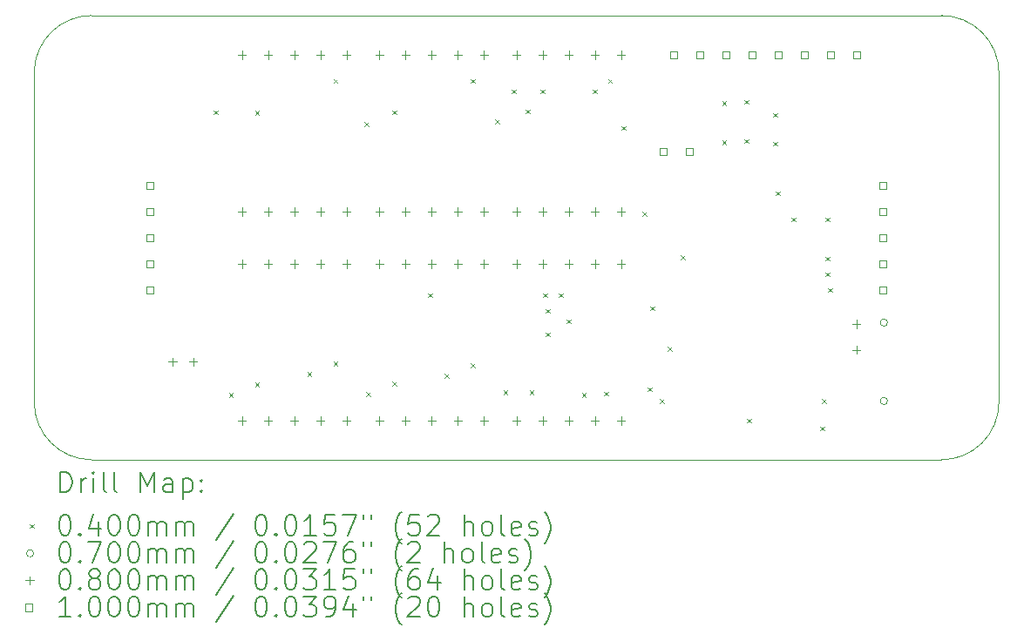
<source format=gbr>
%FSLAX45Y45*%
G04 Gerber Fmt 4.5, Leading zero omitted, Abs format (unit mm)*
G04 Created by KiCad (PCBNEW (6.0.0)) date 2022-01-04 00:37:33*
%MOMM*%
%LPD*%
G01*
G04 APERTURE LIST*
%TA.AperFunction,Profile*%
%ADD10C,0.100000*%
%TD*%
%ADD11C,0.200000*%
%ADD12C,0.040000*%
%ADD13C,0.070000*%
%ADD14C,0.080000*%
%ADD15C,0.100000*%
G04 APERTURE END LIST*
D10*
X19075400Y-12827000D02*
G75*
G03*
X19634200Y-12268200I0J558800D01*
G01*
X10820400Y-8508423D02*
G75*
G03*
X10261600Y-9042400I0J-559377D01*
G01*
X19634200Y-9067800D02*
G75*
G03*
X19075400Y-8509000I-558800J0D01*
G01*
X10261600Y-9042400D02*
X10261600Y-12268200D01*
X10261600Y-12268200D02*
G75*
G03*
X10820400Y-12827000I558800J0D01*
G01*
X10820400Y-12827000D02*
X19075400Y-12827000D01*
X10820400Y-8508423D02*
X19075400Y-8509000D01*
X19634200Y-9067800D02*
X19634200Y-12268200D01*
D11*
D12*
X12006900Y-9428800D02*
X12046900Y-9468800D01*
X12046900Y-9428800D02*
X12006900Y-9468800D01*
X12152248Y-12179052D02*
X12192248Y-12219052D01*
X12192248Y-12179052D02*
X12152248Y-12219052D01*
X12406248Y-9435852D02*
X12446248Y-9475852D01*
X12446248Y-9435852D02*
X12406248Y-9475852D01*
X12406248Y-12077452D02*
X12446248Y-12117452D01*
X12446248Y-12077452D02*
X12406248Y-12117452D01*
X12914248Y-11975852D02*
X12954248Y-12015852D01*
X12954248Y-11975852D02*
X12914248Y-12015852D01*
X13168248Y-9124000D02*
X13208248Y-9164000D01*
X13208248Y-9124000D02*
X13168248Y-9164000D01*
X13168248Y-11874252D02*
X13208248Y-11914252D01*
X13208248Y-11874252D02*
X13168248Y-11914252D01*
X13467400Y-9543100D02*
X13507400Y-9583100D01*
X13507400Y-9543100D02*
X13467400Y-9583100D01*
X13485748Y-12166352D02*
X13525748Y-12206352D01*
X13525748Y-12166352D02*
X13485748Y-12206352D01*
X13739748Y-9428800D02*
X13779748Y-9468800D01*
X13779748Y-9428800D02*
X13739748Y-9468800D01*
X13739748Y-12064752D02*
X13779748Y-12104752D01*
X13779748Y-12064752D02*
X13739748Y-12104752D01*
X14089700Y-11206800D02*
X14129700Y-11246800D01*
X14129700Y-11206800D02*
X14089700Y-11246800D01*
X14247748Y-11988552D02*
X14287748Y-12028552D01*
X14287748Y-11988552D02*
X14247748Y-12028552D01*
X14501748Y-9124000D02*
X14541748Y-9164000D01*
X14541748Y-9124000D02*
X14501748Y-9164000D01*
X14501748Y-11886952D02*
X14541748Y-11926952D01*
X14541748Y-11886952D02*
X14501748Y-11926952D01*
X14737400Y-9517700D02*
X14777400Y-9557700D01*
X14777400Y-9517700D02*
X14737400Y-9557700D01*
X14819248Y-12153652D02*
X14859248Y-12193652D01*
X14859248Y-12153652D02*
X14819248Y-12193652D01*
X14902500Y-9225600D02*
X14942500Y-9265600D01*
X14942500Y-9225600D02*
X14902500Y-9265600D01*
X15036551Y-9421749D02*
X15076551Y-9461749D01*
X15076551Y-9421749D02*
X15036551Y-9461749D01*
X15073248Y-12153652D02*
X15113248Y-12193652D01*
X15113248Y-12153652D02*
X15073248Y-12193652D01*
X15181900Y-9225600D02*
X15221900Y-9265600D01*
X15221900Y-9225600D02*
X15181900Y-9265600D01*
X15207300Y-11206800D02*
X15247300Y-11246800D01*
X15247300Y-11206800D02*
X15207300Y-11246800D01*
X15232700Y-11359200D02*
X15272700Y-11399200D01*
X15272700Y-11359200D02*
X15232700Y-11399200D01*
X15232700Y-11587800D02*
X15272700Y-11627800D01*
X15272700Y-11587800D02*
X15232700Y-11627800D01*
X15359700Y-11206800D02*
X15399700Y-11246800D01*
X15399700Y-11206800D02*
X15359700Y-11246800D01*
X15435900Y-11460800D02*
X15475900Y-11500800D01*
X15475900Y-11460800D02*
X15435900Y-11500800D01*
X15581248Y-12179052D02*
X15621248Y-12219052D01*
X15621248Y-12179052D02*
X15581248Y-12219052D01*
X15689900Y-9225600D02*
X15729900Y-9265600D01*
X15729900Y-9225600D02*
X15689900Y-9265600D01*
X15798552Y-12164948D02*
X15838552Y-12204948D01*
X15838552Y-12164948D02*
X15798552Y-12204948D01*
X15835248Y-9124000D02*
X15875248Y-9164000D01*
X15875248Y-9124000D02*
X15835248Y-9164000D01*
X15969300Y-9581200D02*
X16009300Y-9621200D01*
X16009300Y-9581200D02*
X15969300Y-9621200D01*
X16172729Y-10419171D02*
X16212729Y-10459171D01*
X16212729Y-10419171D02*
X16172729Y-10459171D01*
X16223300Y-12121200D02*
X16263300Y-12161200D01*
X16263300Y-12121200D02*
X16223300Y-12161200D01*
X16248700Y-11333800D02*
X16288700Y-11373800D01*
X16288700Y-11333800D02*
X16248700Y-11373800D01*
X16337600Y-12235500D02*
X16377600Y-12275500D01*
X16377600Y-12235500D02*
X16337600Y-12275500D01*
X16413800Y-11727500D02*
X16453800Y-11767500D01*
X16453800Y-11727500D02*
X16413800Y-11767500D01*
X16540800Y-10838500D02*
X16580800Y-10878500D01*
X16580800Y-10838500D02*
X16540800Y-10878500D01*
X16944097Y-9343003D02*
X16984097Y-9383003D01*
X16984097Y-9343003D02*
X16944097Y-9383003D01*
X16944097Y-9724003D02*
X16984097Y-9764003D01*
X16984097Y-9724003D02*
X16944097Y-9764003D01*
X17163100Y-9327200D02*
X17203100Y-9367200D01*
X17203100Y-9327200D02*
X17163100Y-9367200D01*
X17163100Y-9708200D02*
X17203100Y-9748200D01*
X17203100Y-9708200D02*
X17163100Y-9748200D01*
X17188500Y-12426000D02*
X17228500Y-12466000D01*
X17228500Y-12426000D02*
X17188500Y-12466000D01*
X17442500Y-9454200D02*
X17482500Y-9494200D01*
X17482500Y-9454200D02*
X17442500Y-9494200D01*
X17442500Y-9733600D02*
X17482500Y-9773600D01*
X17482500Y-9733600D02*
X17442500Y-9773600D01*
X17467900Y-10216200D02*
X17507900Y-10256200D01*
X17507900Y-10216200D02*
X17467900Y-10256200D01*
X17620300Y-10470200D02*
X17660300Y-10510200D01*
X17660300Y-10470200D02*
X17620300Y-10510200D01*
X17899700Y-12502200D02*
X17939700Y-12542200D01*
X17939700Y-12502200D02*
X17899700Y-12542200D01*
X17912400Y-12235500D02*
X17952400Y-12275500D01*
X17952400Y-12235500D02*
X17912400Y-12275500D01*
X17950500Y-10470200D02*
X17990500Y-10510200D01*
X17990500Y-10470200D02*
X17950500Y-10510200D01*
X17950500Y-10851200D02*
X17990500Y-10891200D01*
X17990500Y-10851200D02*
X17950500Y-10891200D01*
X17950500Y-11003600D02*
X17990500Y-11043600D01*
X17990500Y-11003600D02*
X17950500Y-11043600D01*
X17975900Y-11156000D02*
X18015900Y-11196000D01*
X18015900Y-11156000D02*
X17975900Y-11196000D01*
D13*
X18551600Y-11493500D02*
G75*
G03*
X18551600Y-11493500I-35000J0D01*
G01*
X18551600Y-12255500D02*
G75*
G03*
X18551600Y-12255500I-35000J0D01*
G01*
D14*
X11604911Y-11834500D02*
X11604911Y-11914500D01*
X11564911Y-11874500D02*
X11644911Y-11874500D01*
X11804911Y-11834500D02*
X11804911Y-11914500D01*
X11764911Y-11874500D02*
X11844911Y-11874500D01*
X12280900Y-8850000D02*
X12280900Y-8930000D01*
X12240900Y-8890000D02*
X12320900Y-8890000D01*
X12280900Y-10374000D02*
X12280900Y-10454000D01*
X12240900Y-10414000D02*
X12320900Y-10414000D01*
X12280900Y-10882000D02*
X12280900Y-10962000D01*
X12240900Y-10922000D02*
X12320900Y-10922000D01*
X12280900Y-12406000D02*
X12280900Y-12486000D01*
X12240900Y-12446000D02*
X12320900Y-12446000D01*
X12534900Y-8850000D02*
X12534900Y-8930000D01*
X12494900Y-8890000D02*
X12574900Y-8890000D01*
X12534900Y-10374000D02*
X12534900Y-10454000D01*
X12494900Y-10414000D02*
X12574900Y-10414000D01*
X12534900Y-10882000D02*
X12534900Y-10962000D01*
X12494900Y-10922000D02*
X12574900Y-10922000D01*
X12534900Y-12406000D02*
X12534900Y-12486000D01*
X12494900Y-12446000D02*
X12574900Y-12446000D01*
X12788900Y-8850000D02*
X12788900Y-8930000D01*
X12748900Y-8890000D02*
X12828900Y-8890000D01*
X12788900Y-10374000D02*
X12788900Y-10454000D01*
X12748900Y-10414000D02*
X12828900Y-10414000D01*
X12788900Y-10882000D02*
X12788900Y-10962000D01*
X12748900Y-10922000D02*
X12828900Y-10922000D01*
X12788900Y-12406000D02*
X12788900Y-12486000D01*
X12748900Y-12446000D02*
X12828900Y-12446000D01*
X13042900Y-8850000D02*
X13042900Y-8930000D01*
X13002900Y-8890000D02*
X13082900Y-8890000D01*
X13042900Y-10374000D02*
X13042900Y-10454000D01*
X13002900Y-10414000D02*
X13082900Y-10414000D01*
X13042900Y-10882000D02*
X13042900Y-10962000D01*
X13002900Y-10922000D02*
X13082900Y-10922000D01*
X13042900Y-12406000D02*
X13042900Y-12486000D01*
X13002900Y-12446000D02*
X13082900Y-12446000D01*
X13296900Y-8850000D02*
X13296900Y-8930000D01*
X13256900Y-8890000D02*
X13336900Y-8890000D01*
X13296900Y-10374000D02*
X13296900Y-10454000D01*
X13256900Y-10414000D02*
X13336900Y-10414000D01*
X13296900Y-10882000D02*
X13296900Y-10962000D01*
X13256900Y-10922000D02*
X13336900Y-10922000D01*
X13296900Y-12406000D02*
X13296900Y-12486000D01*
X13256900Y-12446000D02*
X13336900Y-12446000D01*
X13614400Y-8850000D02*
X13614400Y-8930000D01*
X13574400Y-8890000D02*
X13654400Y-8890000D01*
X13614400Y-10374000D02*
X13614400Y-10454000D01*
X13574400Y-10414000D02*
X13654400Y-10414000D01*
X13614400Y-10882000D02*
X13614400Y-10962000D01*
X13574400Y-10922000D02*
X13654400Y-10922000D01*
X13614400Y-12406000D02*
X13614400Y-12486000D01*
X13574400Y-12446000D02*
X13654400Y-12446000D01*
X13868400Y-8850000D02*
X13868400Y-8930000D01*
X13828400Y-8890000D02*
X13908400Y-8890000D01*
X13868400Y-10374000D02*
X13868400Y-10454000D01*
X13828400Y-10414000D02*
X13908400Y-10414000D01*
X13868400Y-10882000D02*
X13868400Y-10962000D01*
X13828400Y-10922000D02*
X13908400Y-10922000D01*
X13868400Y-12406000D02*
X13868400Y-12486000D01*
X13828400Y-12446000D02*
X13908400Y-12446000D01*
X14122400Y-8850000D02*
X14122400Y-8930000D01*
X14082400Y-8890000D02*
X14162400Y-8890000D01*
X14122400Y-10374000D02*
X14122400Y-10454000D01*
X14082400Y-10414000D02*
X14162400Y-10414000D01*
X14122400Y-10882000D02*
X14122400Y-10962000D01*
X14082400Y-10922000D02*
X14162400Y-10922000D01*
X14122400Y-12406000D02*
X14122400Y-12486000D01*
X14082400Y-12446000D02*
X14162400Y-12446000D01*
X14376400Y-8850000D02*
X14376400Y-8930000D01*
X14336400Y-8890000D02*
X14416400Y-8890000D01*
X14376400Y-10374000D02*
X14376400Y-10454000D01*
X14336400Y-10414000D02*
X14416400Y-10414000D01*
X14376400Y-10882000D02*
X14376400Y-10962000D01*
X14336400Y-10922000D02*
X14416400Y-10922000D01*
X14376400Y-12406000D02*
X14376400Y-12486000D01*
X14336400Y-12446000D02*
X14416400Y-12446000D01*
X14630400Y-8850000D02*
X14630400Y-8930000D01*
X14590400Y-8890000D02*
X14670400Y-8890000D01*
X14630400Y-10374000D02*
X14630400Y-10454000D01*
X14590400Y-10414000D02*
X14670400Y-10414000D01*
X14630400Y-10882000D02*
X14630400Y-10962000D01*
X14590400Y-10922000D02*
X14670400Y-10922000D01*
X14630400Y-12406000D02*
X14630400Y-12486000D01*
X14590400Y-12446000D02*
X14670400Y-12446000D01*
X14947900Y-8850000D02*
X14947900Y-8930000D01*
X14907900Y-8890000D02*
X14987900Y-8890000D01*
X14947900Y-10374000D02*
X14947900Y-10454000D01*
X14907900Y-10414000D02*
X14987900Y-10414000D01*
X14947900Y-10882000D02*
X14947900Y-10962000D01*
X14907900Y-10922000D02*
X14987900Y-10922000D01*
X14947900Y-12406000D02*
X14947900Y-12486000D01*
X14907900Y-12446000D02*
X14987900Y-12446000D01*
X15201900Y-8850000D02*
X15201900Y-8930000D01*
X15161900Y-8890000D02*
X15241900Y-8890000D01*
X15201900Y-10374000D02*
X15201900Y-10454000D01*
X15161900Y-10414000D02*
X15241900Y-10414000D01*
X15201900Y-10882000D02*
X15201900Y-10962000D01*
X15161900Y-10922000D02*
X15241900Y-10922000D01*
X15201900Y-12406000D02*
X15201900Y-12486000D01*
X15161900Y-12446000D02*
X15241900Y-12446000D01*
X15455900Y-8850000D02*
X15455900Y-8930000D01*
X15415900Y-8890000D02*
X15495900Y-8890000D01*
X15455900Y-10374000D02*
X15455900Y-10454000D01*
X15415900Y-10414000D02*
X15495900Y-10414000D01*
X15455900Y-10882000D02*
X15455900Y-10962000D01*
X15415900Y-10922000D02*
X15495900Y-10922000D01*
X15455900Y-12406000D02*
X15455900Y-12486000D01*
X15415900Y-12446000D02*
X15495900Y-12446000D01*
X15709900Y-8850000D02*
X15709900Y-8930000D01*
X15669900Y-8890000D02*
X15749900Y-8890000D01*
X15709900Y-10374000D02*
X15709900Y-10454000D01*
X15669900Y-10414000D02*
X15749900Y-10414000D01*
X15709900Y-10882000D02*
X15709900Y-10962000D01*
X15669900Y-10922000D02*
X15749900Y-10922000D01*
X15709900Y-12406000D02*
X15709900Y-12486000D01*
X15669900Y-12446000D02*
X15749900Y-12446000D01*
X15963900Y-8850000D02*
X15963900Y-8930000D01*
X15923900Y-8890000D02*
X16003900Y-8890000D01*
X15963900Y-10374000D02*
X15963900Y-10454000D01*
X15923900Y-10414000D02*
X16003900Y-10414000D01*
X15963900Y-10882000D02*
X15963900Y-10962000D01*
X15923900Y-10922000D02*
X16003900Y-10922000D01*
X15963900Y-12406000D02*
X15963900Y-12486000D01*
X15923900Y-12446000D02*
X16003900Y-12446000D01*
X18249900Y-11468200D02*
X18249900Y-11548200D01*
X18209900Y-11508200D02*
X18289900Y-11508200D01*
X18249900Y-11718200D02*
X18249900Y-11798200D01*
X18209900Y-11758200D02*
X18289900Y-11758200D01*
D15*
X11420256Y-10194856D02*
X11420256Y-10124144D01*
X11349544Y-10124144D01*
X11349544Y-10194856D01*
X11420256Y-10194856D01*
X11420256Y-10448856D02*
X11420256Y-10378144D01*
X11349544Y-10378144D01*
X11349544Y-10448856D01*
X11420256Y-10448856D01*
X11420256Y-10702856D02*
X11420256Y-10632144D01*
X11349544Y-10632144D01*
X11349544Y-10702856D01*
X11420256Y-10702856D01*
X11420256Y-10956856D02*
X11420256Y-10886144D01*
X11349544Y-10886144D01*
X11349544Y-10956856D01*
X11420256Y-10956856D01*
X11420256Y-11210856D02*
X11420256Y-11140144D01*
X11349544Y-11140144D01*
X11349544Y-11210856D01*
X11420256Y-11210856D01*
X16406156Y-9865156D02*
X16406156Y-9794444D01*
X16335444Y-9794444D01*
X16335444Y-9865156D01*
X16406156Y-9865156D01*
X16507256Y-8925356D02*
X16507256Y-8854644D01*
X16436544Y-8854644D01*
X16436544Y-8925356D01*
X16507256Y-8925356D01*
X16660156Y-9865156D02*
X16660156Y-9794444D01*
X16589444Y-9794444D01*
X16589444Y-9865156D01*
X16660156Y-9865156D01*
X16761256Y-8925356D02*
X16761256Y-8854644D01*
X16690544Y-8854644D01*
X16690544Y-8925356D01*
X16761256Y-8925356D01*
X17015256Y-8925356D02*
X17015256Y-8854644D01*
X16944544Y-8854644D01*
X16944544Y-8925356D01*
X17015256Y-8925356D01*
X17269256Y-8925356D02*
X17269256Y-8854644D01*
X17198544Y-8854644D01*
X17198544Y-8925356D01*
X17269256Y-8925356D01*
X17523256Y-8925356D02*
X17523256Y-8854644D01*
X17452544Y-8854644D01*
X17452544Y-8925356D01*
X17523256Y-8925356D01*
X17777256Y-8925356D02*
X17777256Y-8854644D01*
X17706544Y-8854644D01*
X17706544Y-8925356D01*
X17777256Y-8925356D01*
X18031256Y-8925356D02*
X18031256Y-8854644D01*
X17960544Y-8854644D01*
X17960544Y-8925356D01*
X18031256Y-8925356D01*
X18285256Y-8925356D02*
X18285256Y-8854644D01*
X18214544Y-8854644D01*
X18214544Y-8925356D01*
X18285256Y-8925356D01*
X18539256Y-10195856D02*
X18539256Y-10125144D01*
X18468544Y-10125144D01*
X18468544Y-10195856D01*
X18539256Y-10195856D01*
X18539256Y-10449856D02*
X18539256Y-10379144D01*
X18468544Y-10379144D01*
X18468544Y-10449856D01*
X18539256Y-10449856D01*
X18539256Y-10703856D02*
X18539256Y-10633144D01*
X18468544Y-10633144D01*
X18468544Y-10703856D01*
X18539256Y-10703856D01*
X18539256Y-10957856D02*
X18539256Y-10887144D01*
X18468544Y-10887144D01*
X18468544Y-10957856D01*
X18539256Y-10957856D01*
X18539256Y-11211856D02*
X18539256Y-11141144D01*
X18468544Y-11141144D01*
X18468544Y-11211856D01*
X18539256Y-11211856D01*
D11*
X10514219Y-13142476D02*
X10514219Y-12942476D01*
X10561838Y-12942476D01*
X10590410Y-12952000D01*
X10609457Y-12971048D01*
X10618981Y-12990095D01*
X10628505Y-13028190D01*
X10628505Y-13056762D01*
X10618981Y-13094857D01*
X10609457Y-13113905D01*
X10590410Y-13132952D01*
X10561838Y-13142476D01*
X10514219Y-13142476D01*
X10714219Y-13142476D02*
X10714219Y-13009143D01*
X10714219Y-13047238D02*
X10723743Y-13028190D01*
X10733267Y-13018667D01*
X10752314Y-13009143D01*
X10771362Y-13009143D01*
X10838029Y-13142476D02*
X10838029Y-13009143D01*
X10838029Y-12942476D02*
X10828505Y-12952000D01*
X10838029Y-12961524D01*
X10847552Y-12952000D01*
X10838029Y-12942476D01*
X10838029Y-12961524D01*
X10961838Y-13142476D02*
X10942790Y-13132952D01*
X10933267Y-13113905D01*
X10933267Y-12942476D01*
X11066600Y-13142476D02*
X11047552Y-13132952D01*
X11038029Y-13113905D01*
X11038029Y-12942476D01*
X11295171Y-13142476D02*
X11295171Y-12942476D01*
X11361838Y-13085333D01*
X11428505Y-12942476D01*
X11428505Y-13142476D01*
X11609457Y-13142476D02*
X11609457Y-13037714D01*
X11599933Y-13018667D01*
X11580886Y-13009143D01*
X11542790Y-13009143D01*
X11523743Y-13018667D01*
X11609457Y-13132952D02*
X11590409Y-13142476D01*
X11542790Y-13142476D01*
X11523743Y-13132952D01*
X11514219Y-13113905D01*
X11514219Y-13094857D01*
X11523743Y-13075809D01*
X11542790Y-13066286D01*
X11590409Y-13066286D01*
X11609457Y-13056762D01*
X11704695Y-13009143D02*
X11704695Y-13209143D01*
X11704695Y-13018667D02*
X11723743Y-13009143D01*
X11761838Y-13009143D01*
X11780886Y-13018667D01*
X11790409Y-13028190D01*
X11799933Y-13047238D01*
X11799933Y-13104381D01*
X11790409Y-13123428D01*
X11780886Y-13132952D01*
X11761838Y-13142476D01*
X11723743Y-13142476D01*
X11704695Y-13132952D01*
X11885648Y-13123428D02*
X11895171Y-13132952D01*
X11885648Y-13142476D01*
X11876124Y-13132952D01*
X11885648Y-13123428D01*
X11885648Y-13142476D01*
X11885648Y-13018667D02*
X11895171Y-13028190D01*
X11885648Y-13037714D01*
X11876124Y-13028190D01*
X11885648Y-13018667D01*
X11885648Y-13037714D01*
D12*
X10216600Y-13452000D02*
X10256600Y-13492000D01*
X10256600Y-13452000D02*
X10216600Y-13492000D01*
D11*
X10552314Y-13362476D02*
X10571362Y-13362476D01*
X10590410Y-13372000D01*
X10599933Y-13381524D01*
X10609457Y-13400571D01*
X10618981Y-13438667D01*
X10618981Y-13486286D01*
X10609457Y-13524381D01*
X10599933Y-13543428D01*
X10590410Y-13552952D01*
X10571362Y-13562476D01*
X10552314Y-13562476D01*
X10533267Y-13552952D01*
X10523743Y-13543428D01*
X10514219Y-13524381D01*
X10504695Y-13486286D01*
X10504695Y-13438667D01*
X10514219Y-13400571D01*
X10523743Y-13381524D01*
X10533267Y-13372000D01*
X10552314Y-13362476D01*
X10704695Y-13543428D02*
X10714219Y-13552952D01*
X10704695Y-13562476D01*
X10695171Y-13552952D01*
X10704695Y-13543428D01*
X10704695Y-13562476D01*
X10885648Y-13429143D02*
X10885648Y-13562476D01*
X10838029Y-13352952D02*
X10790410Y-13495809D01*
X10914219Y-13495809D01*
X11028505Y-13362476D02*
X11047552Y-13362476D01*
X11066600Y-13372000D01*
X11076124Y-13381524D01*
X11085648Y-13400571D01*
X11095171Y-13438667D01*
X11095171Y-13486286D01*
X11085648Y-13524381D01*
X11076124Y-13543428D01*
X11066600Y-13552952D01*
X11047552Y-13562476D01*
X11028505Y-13562476D01*
X11009457Y-13552952D01*
X10999933Y-13543428D01*
X10990410Y-13524381D01*
X10980886Y-13486286D01*
X10980886Y-13438667D01*
X10990410Y-13400571D01*
X10999933Y-13381524D01*
X11009457Y-13372000D01*
X11028505Y-13362476D01*
X11218981Y-13362476D02*
X11238028Y-13362476D01*
X11257076Y-13372000D01*
X11266600Y-13381524D01*
X11276124Y-13400571D01*
X11285648Y-13438667D01*
X11285648Y-13486286D01*
X11276124Y-13524381D01*
X11266600Y-13543428D01*
X11257076Y-13552952D01*
X11238028Y-13562476D01*
X11218981Y-13562476D01*
X11199933Y-13552952D01*
X11190409Y-13543428D01*
X11180886Y-13524381D01*
X11171362Y-13486286D01*
X11171362Y-13438667D01*
X11180886Y-13400571D01*
X11190409Y-13381524D01*
X11199933Y-13372000D01*
X11218981Y-13362476D01*
X11371362Y-13562476D02*
X11371362Y-13429143D01*
X11371362Y-13448190D02*
X11380886Y-13438667D01*
X11399933Y-13429143D01*
X11428505Y-13429143D01*
X11447552Y-13438667D01*
X11457076Y-13457714D01*
X11457076Y-13562476D01*
X11457076Y-13457714D02*
X11466600Y-13438667D01*
X11485648Y-13429143D01*
X11514219Y-13429143D01*
X11533267Y-13438667D01*
X11542790Y-13457714D01*
X11542790Y-13562476D01*
X11638028Y-13562476D02*
X11638028Y-13429143D01*
X11638028Y-13448190D02*
X11647552Y-13438667D01*
X11666600Y-13429143D01*
X11695171Y-13429143D01*
X11714219Y-13438667D01*
X11723743Y-13457714D01*
X11723743Y-13562476D01*
X11723743Y-13457714D02*
X11733267Y-13438667D01*
X11752314Y-13429143D01*
X11780886Y-13429143D01*
X11799933Y-13438667D01*
X11809457Y-13457714D01*
X11809457Y-13562476D01*
X12199933Y-13352952D02*
X12028505Y-13610095D01*
X12457076Y-13362476D02*
X12476124Y-13362476D01*
X12495171Y-13372000D01*
X12504695Y-13381524D01*
X12514219Y-13400571D01*
X12523743Y-13438667D01*
X12523743Y-13486286D01*
X12514219Y-13524381D01*
X12504695Y-13543428D01*
X12495171Y-13552952D01*
X12476124Y-13562476D01*
X12457076Y-13562476D01*
X12438028Y-13552952D01*
X12428505Y-13543428D01*
X12418981Y-13524381D01*
X12409457Y-13486286D01*
X12409457Y-13438667D01*
X12418981Y-13400571D01*
X12428505Y-13381524D01*
X12438028Y-13372000D01*
X12457076Y-13362476D01*
X12609457Y-13543428D02*
X12618981Y-13552952D01*
X12609457Y-13562476D01*
X12599933Y-13552952D01*
X12609457Y-13543428D01*
X12609457Y-13562476D01*
X12742790Y-13362476D02*
X12761838Y-13362476D01*
X12780886Y-13372000D01*
X12790409Y-13381524D01*
X12799933Y-13400571D01*
X12809457Y-13438667D01*
X12809457Y-13486286D01*
X12799933Y-13524381D01*
X12790409Y-13543428D01*
X12780886Y-13552952D01*
X12761838Y-13562476D01*
X12742790Y-13562476D01*
X12723743Y-13552952D01*
X12714219Y-13543428D01*
X12704695Y-13524381D01*
X12695171Y-13486286D01*
X12695171Y-13438667D01*
X12704695Y-13400571D01*
X12714219Y-13381524D01*
X12723743Y-13372000D01*
X12742790Y-13362476D01*
X12999933Y-13562476D02*
X12885648Y-13562476D01*
X12942790Y-13562476D02*
X12942790Y-13362476D01*
X12923743Y-13391048D01*
X12904695Y-13410095D01*
X12885648Y-13419619D01*
X13180886Y-13362476D02*
X13085648Y-13362476D01*
X13076124Y-13457714D01*
X13085648Y-13448190D01*
X13104695Y-13438667D01*
X13152314Y-13438667D01*
X13171362Y-13448190D01*
X13180886Y-13457714D01*
X13190409Y-13476762D01*
X13190409Y-13524381D01*
X13180886Y-13543428D01*
X13171362Y-13552952D01*
X13152314Y-13562476D01*
X13104695Y-13562476D01*
X13085648Y-13552952D01*
X13076124Y-13543428D01*
X13257076Y-13362476D02*
X13390409Y-13362476D01*
X13304695Y-13562476D01*
X13457076Y-13362476D02*
X13457076Y-13400571D01*
X13533267Y-13362476D02*
X13533267Y-13400571D01*
X13828505Y-13638667D02*
X13818981Y-13629143D01*
X13799933Y-13600571D01*
X13790409Y-13581524D01*
X13780886Y-13552952D01*
X13771362Y-13505333D01*
X13771362Y-13467238D01*
X13780886Y-13419619D01*
X13790409Y-13391048D01*
X13799933Y-13372000D01*
X13818981Y-13343428D01*
X13828505Y-13333905D01*
X13999933Y-13362476D02*
X13904695Y-13362476D01*
X13895171Y-13457714D01*
X13904695Y-13448190D01*
X13923743Y-13438667D01*
X13971362Y-13438667D01*
X13990409Y-13448190D01*
X13999933Y-13457714D01*
X14009457Y-13476762D01*
X14009457Y-13524381D01*
X13999933Y-13543428D01*
X13990409Y-13552952D01*
X13971362Y-13562476D01*
X13923743Y-13562476D01*
X13904695Y-13552952D01*
X13895171Y-13543428D01*
X14085648Y-13381524D02*
X14095171Y-13372000D01*
X14114219Y-13362476D01*
X14161838Y-13362476D01*
X14180886Y-13372000D01*
X14190409Y-13381524D01*
X14199933Y-13400571D01*
X14199933Y-13419619D01*
X14190409Y-13448190D01*
X14076124Y-13562476D01*
X14199933Y-13562476D01*
X14438028Y-13562476D02*
X14438028Y-13362476D01*
X14523743Y-13562476D02*
X14523743Y-13457714D01*
X14514219Y-13438667D01*
X14495171Y-13429143D01*
X14466600Y-13429143D01*
X14447552Y-13438667D01*
X14438028Y-13448190D01*
X14647552Y-13562476D02*
X14628505Y-13552952D01*
X14618981Y-13543428D01*
X14609457Y-13524381D01*
X14609457Y-13467238D01*
X14618981Y-13448190D01*
X14628505Y-13438667D01*
X14647552Y-13429143D01*
X14676124Y-13429143D01*
X14695171Y-13438667D01*
X14704695Y-13448190D01*
X14714219Y-13467238D01*
X14714219Y-13524381D01*
X14704695Y-13543428D01*
X14695171Y-13552952D01*
X14676124Y-13562476D01*
X14647552Y-13562476D01*
X14828505Y-13562476D02*
X14809457Y-13552952D01*
X14799933Y-13533905D01*
X14799933Y-13362476D01*
X14980886Y-13552952D02*
X14961838Y-13562476D01*
X14923743Y-13562476D01*
X14904695Y-13552952D01*
X14895171Y-13533905D01*
X14895171Y-13457714D01*
X14904695Y-13438667D01*
X14923743Y-13429143D01*
X14961838Y-13429143D01*
X14980886Y-13438667D01*
X14990409Y-13457714D01*
X14990409Y-13476762D01*
X14895171Y-13495809D01*
X15066600Y-13552952D02*
X15085648Y-13562476D01*
X15123743Y-13562476D01*
X15142790Y-13552952D01*
X15152314Y-13533905D01*
X15152314Y-13524381D01*
X15142790Y-13505333D01*
X15123743Y-13495809D01*
X15095171Y-13495809D01*
X15076124Y-13486286D01*
X15066600Y-13467238D01*
X15066600Y-13457714D01*
X15076124Y-13438667D01*
X15095171Y-13429143D01*
X15123743Y-13429143D01*
X15142790Y-13438667D01*
X15218981Y-13638667D02*
X15228505Y-13629143D01*
X15247552Y-13600571D01*
X15257076Y-13581524D01*
X15266600Y-13552952D01*
X15276124Y-13505333D01*
X15276124Y-13467238D01*
X15266600Y-13419619D01*
X15257076Y-13391048D01*
X15247552Y-13372000D01*
X15228505Y-13343428D01*
X15218981Y-13333905D01*
D13*
X10256600Y-13736000D02*
G75*
G03*
X10256600Y-13736000I-35000J0D01*
G01*
D11*
X10552314Y-13626476D02*
X10571362Y-13626476D01*
X10590410Y-13636000D01*
X10599933Y-13645524D01*
X10609457Y-13664571D01*
X10618981Y-13702667D01*
X10618981Y-13750286D01*
X10609457Y-13788381D01*
X10599933Y-13807428D01*
X10590410Y-13816952D01*
X10571362Y-13826476D01*
X10552314Y-13826476D01*
X10533267Y-13816952D01*
X10523743Y-13807428D01*
X10514219Y-13788381D01*
X10504695Y-13750286D01*
X10504695Y-13702667D01*
X10514219Y-13664571D01*
X10523743Y-13645524D01*
X10533267Y-13636000D01*
X10552314Y-13626476D01*
X10704695Y-13807428D02*
X10714219Y-13816952D01*
X10704695Y-13826476D01*
X10695171Y-13816952D01*
X10704695Y-13807428D01*
X10704695Y-13826476D01*
X10780886Y-13626476D02*
X10914219Y-13626476D01*
X10828505Y-13826476D01*
X11028505Y-13626476D02*
X11047552Y-13626476D01*
X11066600Y-13636000D01*
X11076124Y-13645524D01*
X11085648Y-13664571D01*
X11095171Y-13702667D01*
X11095171Y-13750286D01*
X11085648Y-13788381D01*
X11076124Y-13807428D01*
X11066600Y-13816952D01*
X11047552Y-13826476D01*
X11028505Y-13826476D01*
X11009457Y-13816952D01*
X10999933Y-13807428D01*
X10990410Y-13788381D01*
X10980886Y-13750286D01*
X10980886Y-13702667D01*
X10990410Y-13664571D01*
X10999933Y-13645524D01*
X11009457Y-13636000D01*
X11028505Y-13626476D01*
X11218981Y-13626476D02*
X11238028Y-13626476D01*
X11257076Y-13636000D01*
X11266600Y-13645524D01*
X11276124Y-13664571D01*
X11285648Y-13702667D01*
X11285648Y-13750286D01*
X11276124Y-13788381D01*
X11266600Y-13807428D01*
X11257076Y-13816952D01*
X11238028Y-13826476D01*
X11218981Y-13826476D01*
X11199933Y-13816952D01*
X11190409Y-13807428D01*
X11180886Y-13788381D01*
X11171362Y-13750286D01*
X11171362Y-13702667D01*
X11180886Y-13664571D01*
X11190409Y-13645524D01*
X11199933Y-13636000D01*
X11218981Y-13626476D01*
X11371362Y-13826476D02*
X11371362Y-13693143D01*
X11371362Y-13712190D02*
X11380886Y-13702667D01*
X11399933Y-13693143D01*
X11428505Y-13693143D01*
X11447552Y-13702667D01*
X11457076Y-13721714D01*
X11457076Y-13826476D01*
X11457076Y-13721714D02*
X11466600Y-13702667D01*
X11485648Y-13693143D01*
X11514219Y-13693143D01*
X11533267Y-13702667D01*
X11542790Y-13721714D01*
X11542790Y-13826476D01*
X11638028Y-13826476D02*
X11638028Y-13693143D01*
X11638028Y-13712190D02*
X11647552Y-13702667D01*
X11666600Y-13693143D01*
X11695171Y-13693143D01*
X11714219Y-13702667D01*
X11723743Y-13721714D01*
X11723743Y-13826476D01*
X11723743Y-13721714D02*
X11733267Y-13702667D01*
X11752314Y-13693143D01*
X11780886Y-13693143D01*
X11799933Y-13702667D01*
X11809457Y-13721714D01*
X11809457Y-13826476D01*
X12199933Y-13616952D02*
X12028505Y-13874095D01*
X12457076Y-13626476D02*
X12476124Y-13626476D01*
X12495171Y-13636000D01*
X12504695Y-13645524D01*
X12514219Y-13664571D01*
X12523743Y-13702667D01*
X12523743Y-13750286D01*
X12514219Y-13788381D01*
X12504695Y-13807428D01*
X12495171Y-13816952D01*
X12476124Y-13826476D01*
X12457076Y-13826476D01*
X12438028Y-13816952D01*
X12428505Y-13807428D01*
X12418981Y-13788381D01*
X12409457Y-13750286D01*
X12409457Y-13702667D01*
X12418981Y-13664571D01*
X12428505Y-13645524D01*
X12438028Y-13636000D01*
X12457076Y-13626476D01*
X12609457Y-13807428D02*
X12618981Y-13816952D01*
X12609457Y-13826476D01*
X12599933Y-13816952D01*
X12609457Y-13807428D01*
X12609457Y-13826476D01*
X12742790Y-13626476D02*
X12761838Y-13626476D01*
X12780886Y-13636000D01*
X12790409Y-13645524D01*
X12799933Y-13664571D01*
X12809457Y-13702667D01*
X12809457Y-13750286D01*
X12799933Y-13788381D01*
X12790409Y-13807428D01*
X12780886Y-13816952D01*
X12761838Y-13826476D01*
X12742790Y-13826476D01*
X12723743Y-13816952D01*
X12714219Y-13807428D01*
X12704695Y-13788381D01*
X12695171Y-13750286D01*
X12695171Y-13702667D01*
X12704695Y-13664571D01*
X12714219Y-13645524D01*
X12723743Y-13636000D01*
X12742790Y-13626476D01*
X12885648Y-13645524D02*
X12895171Y-13636000D01*
X12914219Y-13626476D01*
X12961838Y-13626476D01*
X12980886Y-13636000D01*
X12990409Y-13645524D01*
X12999933Y-13664571D01*
X12999933Y-13683619D01*
X12990409Y-13712190D01*
X12876124Y-13826476D01*
X12999933Y-13826476D01*
X13066600Y-13626476D02*
X13199933Y-13626476D01*
X13114219Y-13826476D01*
X13361838Y-13626476D02*
X13323743Y-13626476D01*
X13304695Y-13636000D01*
X13295171Y-13645524D01*
X13276124Y-13674095D01*
X13266600Y-13712190D01*
X13266600Y-13788381D01*
X13276124Y-13807428D01*
X13285648Y-13816952D01*
X13304695Y-13826476D01*
X13342790Y-13826476D01*
X13361838Y-13816952D01*
X13371362Y-13807428D01*
X13380886Y-13788381D01*
X13380886Y-13740762D01*
X13371362Y-13721714D01*
X13361838Y-13712190D01*
X13342790Y-13702667D01*
X13304695Y-13702667D01*
X13285648Y-13712190D01*
X13276124Y-13721714D01*
X13266600Y-13740762D01*
X13457076Y-13626476D02*
X13457076Y-13664571D01*
X13533267Y-13626476D02*
X13533267Y-13664571D01*
X13828505Y-13902667D02*
X13818981Y-13893143D01*
X13799933Y-13864571D01*
X13790409Y-13845524D01*
X13780886Y-13816952D01*
X13771362Y-13769333D01*
X13771362Y-13731238D01*
X13780886Y-13683619D01*
X13790409Y-13655048D01*
X13799933Y-13636000D01*
X13818981Y-13607428D01*
X13828505Y-13597905D01*
X13895171Y-13645524D02*
X13904695Y-13636000D01*
X13923743Y-13626476D01*
X13971362Y-13626476D01*
X13990409Y-13636000D01*
X13999933Y-13645524D01*
X14009457Y-13664571D01*
X14009457Y-13683619D01*
X13999933Y-13712190D01*
X13885648Y-13826476D01*
X14009457Y-13826476D01*
X14247552Y-13826476D02*
X14247552Y-13626476D01*
X14333267Y-13826476D02*
X14333267Y-13721714D01*
X14323743Y-13702667D01*
X14304695Y-13693143D01*
X14276124Y-13693143D01*
X14257076Y-13702667D01*
X14247552Y-13712190D01*
X14457076Y-13826476D02*
X14438028Y-13816952D01*
X14428505Y-13807428D01*
X14418981Y-13788381D01*
X14418981Y-13731238D01*
X14428505Y-13712190D01*
X14438028Y-13702667D01*
X14457076Y-13693143D01*
X14485648Y-13693143D01*
X14504695Y-13702667D01*
X14514219Y-13712190D01*
X14523743Y-13731238D01*
X14523743Y-13788381D01*
X14514219Y-13807428D01*
X14504695Y-13816952D01*
X14485648Y-13826476D01*
X14457076Y-13826476D01*
X14638028Y-13826476D02*
X14618981Y-13816952D01*
X14609457Y-13797905D01*
X14609457Y-13626476D01*
X14790409Y-13816952D02*
X14771362Y-13826476D01*
X14733267Y-13826476D01*
X14714219Y-13816952D01*
X14704695Y-13797905D01*
X14704695Y-13721714D01*
X14714219Y-13702667D01*
X14733267Y-13693143D01*
X14771362Y-13693143D01*
X14790409Y-13702667D01*
X14799933Y-13721714D01*
X14799933Y-13740762D01*
X14704695Y-13759809D01*
X14876124Y-13816952D02*
X14895171Y-13826476D01*
X14933267Y-13826476D01*
X14952314Y-13816952D01*
X14961838Y-13797905D01*
X14961838Y-13788381D01*
X14952314Y-13769333D01*
X14933267Y-13759809D01*
X14904695Y-13759809D01*
X14885648Y-13750286D01*
X14876124Y-13731238D01*
X14876124Y-13721714D01*
X14885648Y-13702667D01*
X14904695Y-13693143D01*
X14933267Y-13693143D01*
X14952314Y-13702667D01*
X15028505Y-13902667D02*
X15038028Y-13893143D01*
X15057076Y-13864571D01*
X15066600Y-13845524D01*
X15076124Y-13816952D01*
X15085648Y-13769333D01*
X15085648Y-13731238D01*
X15076124Y-13683619D01*
X15066600Y-13655048D01*
X15057076Y-13636000D01*
X15038028Y-13607428D01*
X15028505Y-13597905D01*
D14*
X10216600Y-13960000D02*
X10216600Y-14040000D01*
X10176600Y-14000000D02*
X10256600Y-14000000D01*
D11*
X10552314Y-13890476D02*
X10571362Y-13890476D01*
X10590410Y-13900000D01*
X10599933Y-13909524D01*
X10609457Y-13928571D01*
X10618981Y-13966667D01*
X10618981Y-14014286D01*
X10609457Y-14052381D01*
X10599933Y-14071428D01*
X10590410Y-14080952D01*
X10571362Y-14090476D01*
X10552314Y-14090476D01*
X10533267Y-14080952D01*
X10523743Y-14071428D01*
X10514219Y-14052381D01*
X10504695Y-14014286D01*
X10504695Y-13966667D01*
X10514219Y-13928571D01*
X10523743Y-13909524D01*
X10533267Y-13900000D01*
X10552314Y-13890476D01*
X10704695Y-14071428D02*
X10714219Y-14080952D01*
X10704695Y-14090476D01*
X10695171Y-14080952D01*
X10704695Y-14071428D01*
X10704695Y-14090476D01*
X10828505Y-13976190D02*
X10809457Y-13966667D01*
X10799933Y-13957143D01*
X10790410Y-13938095D01*
X10790410Y-13928571D01*
X10799933Y-13909524D01*
X10809457Y-13900000D01*
X10828505Y-13890476D01*
X10866600Y-13890476D01*
X10885648Y-13900000D01*
X10895171Y-13909524D01*
X10904695Y-13928571D01*
X10904695Y-13938095D01*
X10895171Y-13957143D01*
X10885648Y-13966667D01*
X10866600Y-13976190D01*
X10828505Y-13976190D01*
X10809457Y-13985714D01*
X10799933Y-13995238D01*
X10790410Y-14014286D01*
X10790410Y-14052381D01*
X10799933Y-14071428D01*
X10809457Y-14080952D01*
X10828505Y-14090476D01*
X10866600Y-14090476D01*
X10885648Y-14080952D01*
X10895171Y-14071428D01*
X10904695Y-14052381D01*
X10904695Y-14014286D01*
X10895171Y-13995238D01*
X10885648Y-13985714D01*
X10866600Y-13976190D01*
X11028505Y-13890476D02*
X11047552Y-13890476D01*
X11066600Y-13900000D01*
X11076124Y-13909524D01*
X11085648Y-13928571D01*
X11095171Y-13966667D01*
X11095171Y-14014286D01*
X11085648Y-14052381D01*
X11076124Y-14071428D01*
X11066600Y-14080952D01*
X11047552Y-14090476D01*
X11028505Y-14090476D01*
X11009457Y-14080952D01*
X10999933Y-14071428D01*
X10990410Y-14052381D01*
X10980886Y-14014286D01*
X10980886Y-13966667D01*
X10990410Y-13928571D01*
X10999933Y-13909524D01*
X11009457Y-13900000D01*
X11028505Y-13890476D01*
X11218981Y-13890476D02*
X11238028Y-13890476D01*
X11257076Y-13900000D01*
X11266600Y-13909524D01*
X11276124Y-13928571D01*
X11285648Y-13966667D01*
X11285648Y-14014286D01*
X11276124Y-14052381D01*
X11266600Y-14071428D01*
X11257076Y-14080952D01*
X11238028Y-14090476D01*
X11218981Y-14090476D01*
X11199933Y-14080952D01*
X11190409Y-14071428D01*
X11180886Y-14052381D01*
X11171362Y-14014286D01*
X11171362Y-13966667D01*
X11180886Y-13928571D01*
X11190409Y-13909524D01*
X11199933Y-13900000D01*
X11218981Y-13890476D01*
X11371362Y-14090476D02*
X11371362Y-13957143D01*
X11371362Y-13976190D02*
X11380886Y-13966667D01*
X11399933Y-13957143D01*
X11428505Y-13957143D01*
X11447552Y-13966667D01*
X11457076Y-13985714D01*
X11457076Y-14090476D01*
X11457076Y-13985714D02*
X11466600Y-13966667D01*
X11485648Y-13957143D01*
X11514219Y-13957143D01*
X11533267Y-13966667D01*
X11542790Y-13985714D01*
X11542790Y-14090476D01*
X11638028Y-14090476D02*
X11638028Y-13957143D01*
X11638028Y-13976190D02*
X11647552Y-13966667D01*
X11666600Y-13957143D01*
X11695171Y-13957143D01*
X11714219Y-13966667D01*
X11723743Y-13985714D01*
X11723743Y-14090476D01*
X11723743Y-13985714D02*
X11733267Y-13966667D01*
X11752314Y-13957143D01*
X11780886Y-13957143D01*
X11799933Y-13966667D01*
X11809457Y-13985714D01*
X11809457Y-14090476D01*
X12199933Y-13880952D02*
X12028505Y-14138095D01*
X12457076Y-13890476D02*
X12476124Y-13890476D01*
X12495171Y-13900000D01*
X12504695Y-13909524D01*
X12514219Y-13928571D01*
X12523743Y-13966667D01*
X12523743Y-14014286D01*
X12514219Y-14052381D01*
X12504695Y-14071428D01*
X12495171Y-14080952D01*
X12476124Y-14090476D01*
X12457076Y-14090476D01*
X12438028Y-14080952D01*
X12428505Y-14071428D01*
X12418981Y-14052381D01*
X12409457Y-14014286D01*
X12409457Y-13966667D01*
X12418981Y-13928571D01*
X12428505Y-13909524D01*
X12438028Y-13900000D01*
X12457076Y-13890476D01*
X12609457Y-14071428D02*
X12618981Y-14080952D01*
X12609457Y-14090476D01*
X12599933Y-14080952D01*
X12609457Y-14071428D01*
X12609457Y-14090476D01*
X12742790Y-13890476D02*
X12761838Y-13890476D01*
X12780886Y-13900000D01*
X12790409Y-13909524D01*
X12799933Y-13928571D01*
X12809457Y-13966667D01*
X12809457Y-14014286D01*
X12799933Y-14052381D01*
X12790409Y-14071428D01*
X12780886Y-14080952D01*
X12761838Y-14090476D01*
X12742790Y-14090476D01*
X12723743Y-14080952D01*
X12714219Y-14071428D01*
X12704695Y-14052381D01*
X12695171Y-14014286D01*
X12695171Y-13966667D01*
X12704695Y-13928571D01*
X12714219Y-13909524D01*
X12723743Y-13900000D01*
X12742790Y-13890476D01*
X12876124Y-13890476D02*
X12999933Y-13890476D01*
X12933267Y-13966667D01*
X12961838Y-13966667D01*
X12980886Y-13976190D01*
X12990409Y-13985714D01*
X12999933Y-14004762D01*
X12999933Y-14052381D01*
X12990409Y-14071428D01*
X12980886Y-14080952D01*
X12961838Y-14090476D01*
X12904695Y-14090476D01*
X12885648Y-14080952D01*
X12876124Y-14071428D01*
X13190409Y-14090476D02*
X13076124Y-14090476D01*
X13133267Y-14090476D02*
X13133267Y-13890476D01*
X13114219Y-13919048D01*
X13095171Y-13938095D01*
X13076124Y-13947619D01*
X13371362Y-13890476D02*
X13276124Y-13890476D01*
X13266600Y-13985714D01*
X13276124Y-13976190D01*
X13295171Y-13966667D01*
X13342790Y-13966667D01*
X13361838Y-13976190D01*
X13371362Y-13985714D01*
X13380886Y-14004762D01*
X13380886Y-14052381D01*
X13371362Y-14071428D01*
X13361838Y-14080952D01*
X13342790Y-14090476D01*
X13295171Y-14090476D01*
X13276124Y-14080952D01*
X13266600Y-14071428D01*
X13457076Y-13890476D02*
X13457076Y-13928571D01*
X13533267Y-13890476D02*
X13533267Y-13928571D01*
X13828505Y-14166667D02*
X13818981Y-14157143D01*
X13799933Y-14128571D01*
X13790409Y-14109524D01*
X13780886Y-14080952D01*
X13771362Y-14033333D01*
X13771362Y-13995238D01*
X13780886Y-13947619D01*
X13790409Y-13919048D01*
X13799933Y-13900000D01*
X13818981Y-13871428D01*
X13828505Y-13861905D01*
X13990409Y-13890476D02*
X13952314Y-13890476D01*
X13933267Y-13900000D01*
X13923743Y-13909524D01*
X13904695Y-13938095D01*
X13895171Y-13976190D01*
X13895171Y-14052381D01*
X13904695Y-14071428D01*
X13914219Y-14080952D01*
X13933267Y-14090476D01*
X13971362Y-14090476D01*
X13990409Y-14080952D01*
X13999933Y-14071428D01*
X14009457Y-14052381D01*
X14009457Y-14004762D01*
X13999933Y-13985714D01*
X13990409Y-13976190D01*
X13971362Y-13966667D01*
X13933267Y-13966667D01*
X13914219Y-13976190D01*
X13904695Y-13985714D01*
X13895171Y-14004762D01*
X14180886Y-13957143D02*
X14180886Y-14090476D01*
X14133267Y-13880952D02*
X14085648Y-14023809D01*
X14209457Y-14023809D01*
X14438028Y-14090476D02*
X14438028Y-13890476D01*
X14523743Y-14090476D02*
X14523743Y-13985714D01*
X14514219Y-13966667D01*
X14495171Y-13957143D01*
X14466600Y-13957143D01*
X14447552Y-13966667D01*
X14438028Y-13976190D01*
X14647552Y-14090476D02*
X14628505Y-14080952D01*
X14618981Y-14071428D01*
X14609457Y-14052381D01*
X14609457Y-13995238D01*
X14618981Y-13976190D01*
X14628505Y-13966667D01*
X14647552Y-13957143D01*
X14676124Y-13957143D01*
X14695171Y-13966667D01*
X14704695Y-13976190D01*
X14714219Y-13995238D01*
X14714219Y-14052381D01*
X14704695Y-14071428D01*
X14695171Y-14080952D01*
X14676124Y-14090476D01*
X14647552Y-14090476D01*
X14828505Y-14090476D02*
X14809457Y-14080952D01*
X14799933Y-14061905D01*
X14799933Y-13890476D01*
X14980886Y-14080952D02*
X14961838Y-14090476D01*
X14923743Y-14090476D01*
X14904695Y-14080952D01*
X14895171Y-14061905D01*
X14895171Y-13985714D01*
X14904695Y-13966667D01*
X14923743Y-13957143D01*
X14961838Y-13957143D01*
X14980886Y-13966667D01*
X14990409Y-13985714D01*
X14990409Y-14004762D01*
X14895171Y-14023809D01*
X15066600Y-14080952D02*
X15085648Y-14090476D01*
X15123743Y-14090476D01*
X15142790Y-14080952D01*
X15152314Y-14061905D01*
X15152314Y-14052381D01*
X15142790Y-14033333D01*
X15123743Y-14023809D01*
X15095171Y-14023809D01*
X15076124Y-14014286D01*
X15066600Y-13995238D01*
X15066600Y-13985714D01*
X15076124Y-13966667D01*
X15095171Y-13957143D01*
X15123743Y-13957143D01*
X15142790Y-13966667D01*
X15218981Y-14166667D02*
X15228505Y-14157143D01*
X15247552Y-14128571D01*
X15257076Y-14109524D01*
X15266600Y-14080952D01*
X15276124Y-14033333D01*
X15276124Y-13995238D01*
X15266600Y-13947619D01*
X15257076Y-13919048D01*
X15247552Y-13900000D01*
X15228505Y-13871428D01*
X15218981Y-13861905D01*
D15*
X10241956Y-14299356D02*
X10241956Y-14228644D01*
X10171244Y-14228644D01*
X10171244Y-14299356D01*
X10241956Y-14299356D01*
D11*
X10618981Y-14354476D02*
X10504695Y-14354476D01*
X10561838Y-14354476D02*
X10561838Y-14154476D01*
X10542790Y-14183048D01*
X10523743Y-14202095D01*
X10504695Y-14211619D01*
X10704695Y-14335428D02*
X10714219Y-14344952D01*
X10704695Y-14354476D01*
X10695171Y-14344952D01*
X10704695Y-14335428D01*
X10704695Y-14354476D01*
X10838029Y-14154476D02*
X10857076Y-14154476D01*
X10876124Y-14164000D01*
X10885648Y-14173524D01*
X10895171Y-14192571D01*
X10904695Y-14230667D01*
X10904695Y-14278286D01*
X10895171Y-14316381D01*
X10885648Y-14335428D01*
X10876124Y-14344952D01*
X10857076Y-14354476D01*
X10838029Y-14354476D01*
X10818981Y-14344952D01*
X10809457Y-14335428D01*
X10799933Y-14316381D01*
X10790410Y-14278286D01*
X10790410Y-14230667D01*
X10799933Y-14192571D01*
X10809457Y-14173524D01*
X10818981Y-14164000D01*
X10838029Y-14154476D01*
X11028505Y-14154476D02*
X11047552Y-14154476D01*
X11066600Y-14164000D01*
X11076124Y-14173524D01*
X11085648Y-14192571D01*
X11095171Y-14230667D01*
X11095171Y-14278286D01*
X11085648Y-14316381D01*
X11076124Y-14335428D01*
X11066600Y-14344952D01*
X11047552Y-14354476D01*
X11028505Y-14354476D01*
X11009457Y-14344952D01*
X10999933Y-14335428D01*
X10990410Y-14316381D01*
X10980886Y-14278286D01*
X10980886Y-14230667D01*
X10990410Y-14192571D01*
X10999933Y-14173524D01*
X11009457Y-14164000D01*
X11028505Y-14154476D01*
X11218981Y-14154476D02*
X11238028Y-14154476D01*
X11257076Y-14164000D01*
X11266600Y-14173524D01*
X11276124Y-14192571D01*
X11285648Y-14230667D01*
X11285648Y-14278286D01*
X11276124Y-14316381D01*
X11266600Y-14335428D01*
X11257076Y-14344952D01*
X11238028Y-14354476D01*
X11218981Y-14354476D01*
X11199933Y-14344952D01*
X11190409Y-14335428D01*
X11180886Y-14316381D01*
X11171362Y-14278286D01*
X11171362Y-14230667D01*
X11180886Y-14192571D01*
X11190409Y-14173524D01*
X11199933Y-14164000D01*
X11218981Y-14154476D01*
X11371362Y-14354476D02*
X11371362Y-14221143D01*
X11371362Y-14240190D02*
X11380886Y-14230667D01*
X11399933Y-14221143D01*
X11428505Y-14221143D01*
X11447552Y-14230667D01*
X11457076Y-14249714D01*
X11457076Y-14354476D01*
X11457076Y-14249714D02*
X11466600Y-14230667D01*
X11485648Y-14221143D01*
X11514219Y-14221143D01*
X11533267Y-14230667D01*
X11542790Y-14249714D01*
X11542790Y-14354476D01*
X11638028Y-14354476D02*
X11638028Y-14221143D01*
X11638028Y-14240190D02*
X11647552Y-14230667D01*
X11666600Y-14221143D01*
X11695171Y-14221143D01*
X11714219Y-14230667D01*
X11723743Y-14249714D01*
X11723743Y-14354476D01*
X11723743Y-14249714D02*
X11733267Y-14230667D01*
X11752314Y-14221143D01*
X11780886Y-14221143D01*
X11799933Y-14230667D01*
X11809457Y-14249714D01*
X11809457Y-14354476D01*
X12199933Y-14144952D02*
X12028505Y-14402095D01*
X12457076Y-14154476D02*
X12476124Y-14154476D01*
X12495171Y-14164000D01*
X12504695Y-14173524D01*
X12514219Y-14192571D01*
X12523743Y-14230667D01*
X12523743Y-14278286D01*
X12514219Y-14316381D01*
X12504695Y-14335428D01*
X12495171Y-14344952D01*
X12476124Y-14354476D01*
X12457076Y-14354476D01*
X12438028Y-14344952D01*
X12428505Y-14335428D01*
X12418981Y-14316381D01*
X12409457Y-14278286D01*
X12409457Y-14230667D01*
X12418981Y-14192571D01*
X12428505Y-14173524D01*
X12438028Y-14164000D01*
X12457076Y-14154476D01*
X12609457Y-14335428D02*
X12618981Y-14344952D01*
X12609457Y-14354476D01*
X12599933Y-14344952D01*
X12609457Y-14335428D01*
X12609457Y-14354476D01*
X12742790Y-14154476D02*
X12761838Y-14154476D01*
X12780886Y-14164000D01*
X12790409Y-14173524D01*
X12799933Y-14192571D01*
X12809457Y-14230667D01*
X12809457Y-14278286D01*
X12799933Y-14316381D01*
X12790409Y-14335428D01*
X12780886Y-14344952D01*
X12761838Y-14354476D01*
X12742790Y-14354476D01*
X12723743Y-14344952D01*
X12714219Y-14335428D01*
X12704695Y-14316381D01*
X12695171Y-14278286D01*
X12695171Y-14230667D01*
X12704695Y-14192571D01*
X12714219Y-14173524D01*
X12723743Y-14164000D01*
X12742790Y-14154476D01*
X12876124Y-14154476D02*
X12999933Y-14154476D01*
X12933267Y-14230667D01*
X12961838Y-14230667D01*
X12980886Y-14240190D01*
X12990409Y-14249714D01*
X12999933Y-14268762D01*
X12999933Y-14316381D01*
X12990409Y-14335428D01*
X12980886Y-14344952D01*
X12961838Y-14354476D01*
X12904695Y-14354476D01*
X12885648Y-14344952D01*
X12876124Y-14335428D01*
X13095171Y-14354476D02*
X13133267Y-14354476D01*
X13152314Y-14344952D01*
X13161838Y-14335428D01*
X13180886Y-14306857D01*
X13190409Y-14268762D01*
X13190409Y-14192571D01*
X13180886Y-14173524D01*
X13171362Y-14164000D01*
X13152314Y-14154476D01*
X13114219Y-14154476D01*
X13095171Y-14164000D01*
X13085648Y-14173524D01*
X13076124Y-14192571D01*
X13076124Y-14240190D01*
X13085648Y-14259238D01*
X13095171Y-14268762D01*
X13114219Y-14278286D01*
X13152314Y-14278286D01*
X13171362Y-14268762D01*
X13180886Y-14259238D01*
X13190409Y-14240190D01*
X13361838Y-14221143D02*
X13361838Y-14354476D01*
X13314219Y-14144952D02*
X13266600Y-14287809D01*
X13390409Y-14287809D01*
X13457076Y-14154476D02*
X13457076Y-14192571D01*
X13533267Y-14154476D02*
X13533267Y-14192571D01*
X13828505Y-14430667D02*
X13818981Y-14421143D01*
X13799933Y-14392571D01*
X13790409Y-14373524D01*
X13780886Y-14344952D01*
X13771362Y-14297333D01*
X13771362Y-14259238D01*
X13780886Y-14211619D01*
X13790409Y-14183048D01*
X13799933Y-14164000D01*
X13818981Y-14135428D01*
X13828505Y-14125905D01*
X13895171Y-14173524D02*
X13904695Y-14164000D01*
X13923743Y-14154476D01*
X13971362Y-14154476D01*
X13990409Y-14164000D01*
X13999933Y-14173524D01*
X14009457Y-14192571D01*
X14009457Y-14211619D01*
X13999933Y-14240190D01*
X13885648Y-14354476D01*
X14009457Y-14354476D01*
X14133267Y-14154476D02*
X14152314Y-14154476D01*
X14171362Y-14164000D01*
X14180886Y-14173524D01*
X14190409Y-14192571D01*
X14199933Y-14230667D01*
X14199933Y-14278286D01*
X14190409Y-14316381D01*
X14180886Y-14335428D01*
X14171362Y-14344952D01*
X14152314Y-14354476D01*
X14133267Y-14354476D01*
X14114219Y-14344952D01*
X14104695Y-14335428D01*
X14095171Y-14316381D01*
X14085648Y-14278286D01*
X14085648Y-14230667D01*
X14095171Y-14192571D01*
X14104695Y-14173524D01*
X14114219Y-14164000D01*
X14133267Y-14154476D01*
X14438028Y-14354476D02*
X14438028Y-14154476D01*
X14523743Y-14354476D02*
X14523743Y-14249714D01*
X14514219Y-14230667D01*
X14495171Y-14221143D01*
X14466600Y-14221143D01*
X14447552Y-14230667D01*
X14438028Y-14240190D01*
X14647552Y-14354476D02*
X14628505Y-14344952D01*
X14618981Y-14335428D01*
X14609457Y-14316381D01*
X14609457Y-14259238D01*
X14618981Y-14240190D01*
X14628505Y-14230667D01*
X14647552Y-14221143D01*
X14676124Y-14221143D01*
X14695171Y-14230667D01*
X14704695Y-14240190D01*
X14714219Y-14259238D01*
X14714219Y-14316381D01*
X14704695Y-14335428D01*
X14695171Y-14344952D01*
X14676124Y-14354476D01*
X14647552Y-14354476D01*
X14828505Y-14354476D02*
X14809457Y-14344952D01*
X14799933Y-14325905D01*
X14799933Y-14154476D01*
X14980886Y-14344952D02*
X14961838Y-14354476D01*
X14923743Y-14354476D01*
X14904695Y-14344952D01*
X14895171Y-14325905D01*
X14895171Y-14249714D01*
X14904695Y-14230667D01*
X14923743Y-14221143D01*
X14961838Y-14221143D01*
X14980886Y-14230667D01*
X14990409Y-14249714D01*
X14990409Y-14268762D01*
X14895171Y-14287809D01*
X15066600Y-14344952D02*
X15085648Y-14354476D01*
X15123743Y-14354476D01*
X15142790Y-14344952D01*
X15152314Y-14325905D01*
X15152314Y-14316381D01*
X15142790Y-14297333D01*
X15123743Y-14287809D01*
X15095171Y-14287809D01*
X15076124Y-14278286D01*
X15066600Y-14259238D01*
X15066600Y-14249714D01*
X15076124Y-14230667D01*
X15095171Y-14221143D01*
X15123743Y-14221143D01*
X15142790Y-14230667D01*
X15218981Y-14430667D02*
X15228505Y-14421143D01*
X15247552Y-14392571D01*
X15257076Y-14373524D01*
X15266600Y-14344952D01*
X15276124Y-14297333D01*
X15276124Y-14259238D01*
X15266600Y-14211619D01*
X15257076Y-14183048D01*
X15247552Y-14164000D01*
X15228505Y-14135428D01*
X15218981Y-14125905D01*
M02*

</source>
